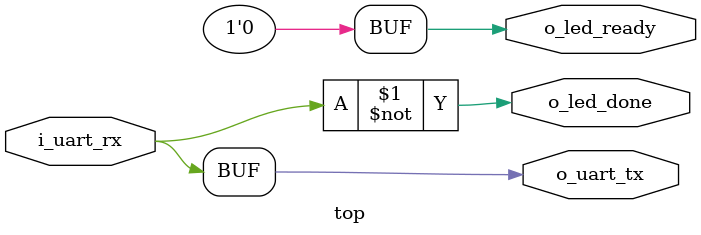
<source format=v>
`default_nettype none

module top (
    input   wire    i_uart_rx,
    output  wire    o_uart_tx,
    output  wire    o_led_done,
    output  wire    o_led_ready
    );

    assign  o_led_ready = 0;
    assign  o_led_done = ~i_uart_rx;
    assign  o_uart_tx = i_uart_rx;

   initial begin
      $dumpfile("../test/logs/03.vcd");
      $dumpvars(0, top);
   end

endmodule

</source>
